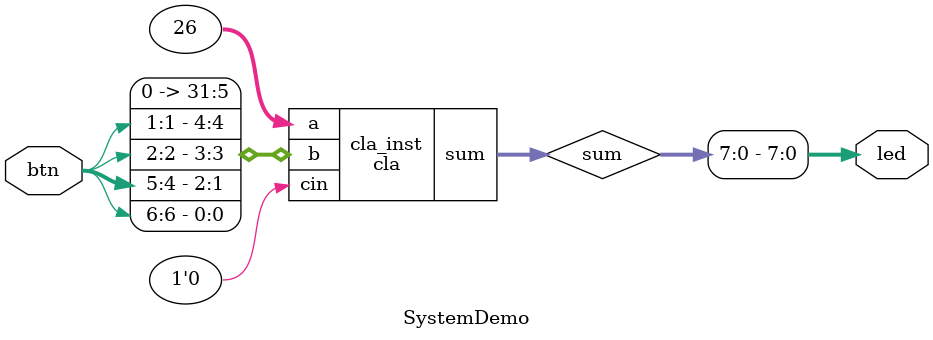
<source format=v>
module gp1 (
	a,
	b,
	g,
	p
);
	input wire a;
	input wire b;
	output wire g;
	output wire p;
	assign g = a & b;
	assign p = a | b;
endmodule
module gp4 (
	gin,
	pin,
	cin,
	gout,
	pout,
	cout
);
	input wire [3:0] gin;
	input wire [3:0] pin;
	input wire cin;
	output wire gout;
	output wire pout;
	output wire [2:0] cout;
	assign cout[0] = gin[0] | (pin[0] & cin);
	assign cout[1] = (gin[1] | (pin[1] & gin[0])) | ((pin[1] & pin[0]) & cin);
	assign cout[2] = ((gin[2] | (pin[2] & gin[1])) | ((pin[2] & pin[1]) & gin[0])) | (((pin[2] & pin[1]) & pin[0]) & cin);
	assign gout = ((gin[3] | (pin[3] & gin[2])) | ((pin[3] & pin[2]) & gin[1])) | (((pin[3] & pin[2]) & pin[1]) & gin[0]);
	assign pout = &pin;
endmodule
module gp8 (
	gin,
	pin,
	cin,
	gout,
	pout,
	cout
);
	input wire [7:0] gin;
	input wire [7:0] pin;
	input wire cin;
	output wire gout;
	output wire pout;
	output wire [6:0] cout;
	assign cout[0] = gin[0] | (pin[0] & cin);
	assign cout[1] = (gin[1] | (pin[1] & gin[0])) | ((pin[1] & pin[0]) & cin);
	assign cout[2] = ((gin[2] | (pin[2] & gin[1])) | ((pin[2] & pin[1]) & gin[0])) | (((pin[2] & pin[1]) & pin[0]) & cin);
	assign cout[3] = (((gin[3] | (pin[3] & gin[2])) | ((pin[3] & pin[2]) & gin[1])) | (((pin[3] & pin[2]) & pin[1]) & gin[0])) | ((((pin[3] & pin[2]) & pin[1]) & pin[0]) & cin);
	assign cout[4] = ((((gin[4] | (pin[4] & gin[3])) | ((pin[4] & pin[3]) & gin[2])) | (((pin[4] & pin[3]) & pin[2]) & gin[1])) | ((((pin[4] & pin[3]) & pin[2]) & pin[1]) & gin[0])) | (((((pin[4] & pin[3]) & pin[2]) & pin[1]) & pin[0]) & cin);
	assign cout[5] = ((((gin[5] | (pin[5] & gin[4])) | ((pin[5] & pin[4]) & gin[3])) | ((((pin[5] & pin[4]) & pin[3]) & pin[2]) & gin[1])) | (((((pin[5] & pin[4]) & pin[3]) & pin[2]) & pin[1]) & gin[0])) | ((((((pin[5] & pin[4]) & pin[3]) & pin[2]) & pin[1]) & pin[0]) & cin);
	assign cout[6] = (((((gin[6] | (pin[6] & gin[5])) | ((pin[6] & pin[5]) & gin[4])) | (((pin[6] & pin[5]) & pin[4]) & gin[3])) | (((((pin[6] & pin[5]) & pin[4]) & pin[3]) & pin[2]) & gin[1])) | ((((((pin[6] & pin[5]) & pin[4]) & pin[3]) & pin[2]) & pin[1]) & gin[0])) | (((((((pin[6] & pin[5]) & pin[4]) & pin[3]) & pin[2]) & pin[1]) & pin[0]) & cin);
	assign gout = ((((((gin[7] | (pin[7] & gin[6])) | ((pin[7] & pin[6]) & gin[5])) | (((pin[7] & pin[6]) & pin[5]) & gin[4])) | ((((pin[7] & pin[6]) & pin[5]) & pin[4]) & gin[3])) | (((((pin[7] & pin[6]) & pin[5]) & pin[4]) & pin[3]) & gin[2])) | ((((((pin[7] & pin[6]) & pin[5]) & pin[4]) & pin[3]) & pin[2]) & gin[1])) | (((((((pin[7] & pin[6]) & pin[5]) & pin[4]) & pin[3]) & pin[2]) & pin[1]) & gin[0]);
	assign pout = &pin;
endmodule
module cla (
	a,
	b,
	cin,
	sum
);
	input wire [31:0] a;
	input wire [31:0] b;
	input wire cin;
	output wire [31:0] sum;
	wire [31:0] g;
	wire [31:0] p;
	genvar _gv_i_1;
	generate
		for (_gv_i_1 = 0; _gv_i_1 < 32; _gv_i_1 = _gv_i_1 + 1) begin : bit_gp
			localparam i = _gv_i_1;
			gp1 gpinst(
				.a(a[i]),
				.b(b[i]),
				.g(g[i]),
				.p(p[i])
			);
		end
	endgenerate
	wire [7:0] nibG;
	wire [7:0] nibP;
	wire [2:0] unused_cout [7:0];
	generate
		for (_gv_i_1 = 0; _gv_i_1 < 8; _gv_i_1 = _gv_i_1 + 1) begin : nibble_partial
			localparam i = _gv_i_1;
			gp4 partialGp4(
				.gin(g[(4 * i) + 3:4 * i]),
				.pin(p[(4 * i) + 3:4 * i]),
				.cin(1'b0),
				.gout(nibG[i]),
				.pout(nibP[i]),
				.cout(unused_cout[i])
			);
		end
	endgenerate
	wire [6:0] nibCarry;
	wire gout_ignored;
	wire pout_ignored;
	gp8 aggregator(
		.gin(nibG),
		.pin(nibP),
		.cin(cin),
		.gout(gout_ignored),
		.pout(pout_ignored),
		.cout(nibCarry)
	);
	wire [7:0] nibble_cin;
	assign nibble_cin[0] = cin;
	generate
		for (_gv_i_1 = 1; _gv_i_1 < 8; _gv_i_1 = _gv_i_1 + 1) begin : nibcarry_loop
			localparam i = _gv_i_1;
			assign nibble_cin[i] = nibCarry[i - 1];
		end
		for (_gv_i_1 = 0; _gv_i_1 < 8; _gv_i_1 = _gv_i_1 + 1) begin : final_nibble
			localparam i = _gv_i_1;
			wire [2:0] ctemp;
			wire [3:0] ginLocal = g[(4 * i) + 3:4 * i];
			wire [3:0] pinLocal = p[(4 * i) + 3:4 * i];
			wire gout_unused;
			wire pout_unused;
			gp4 finalGp4(
				.gin(ginLocal),
				.pin(pinLocal),
				.cin(nibble_cin[i]),
				.gout(gout_unused),
				.pout(pout_unused),
				.cout(ctemp)
			);
			assign sum[4 * i] = (a[4 * i] ^ b[4 * i]) ^ nibble_cin[i];
			assign sum[(4 * i) + 1] = (a[(4 * i) + 1] ^ b[(4 * i) + 1]) ^ ctemp[0];
			assign sum[(4 * i) + 2] = (a[(4 * i) + 2] ^ b[(4 * i) + 2]) ^ ctemp[1];
			assign sum[(4 * i) + 3] = (a[(4 * i) + 3] ^ b[(4 * i) + 3]) ^ ctemp[2];
		end
	endgenerate
endmodule
module SystemDemo (
	btn,
	led
);
	input wire [6:0] btn;
	output wire [7:0] led;
	wire [31:0] sum;
	cla cla_inst(
		.a(32'd26),
		.b({27'b000000000000000000000000000, btn[1], btn[2], btn[5], btn[4], btn[6]}),
		.cin(1'b0),
		.sum(sum)
	);
	assign led = sum[7:0];
endmodule
</source>
